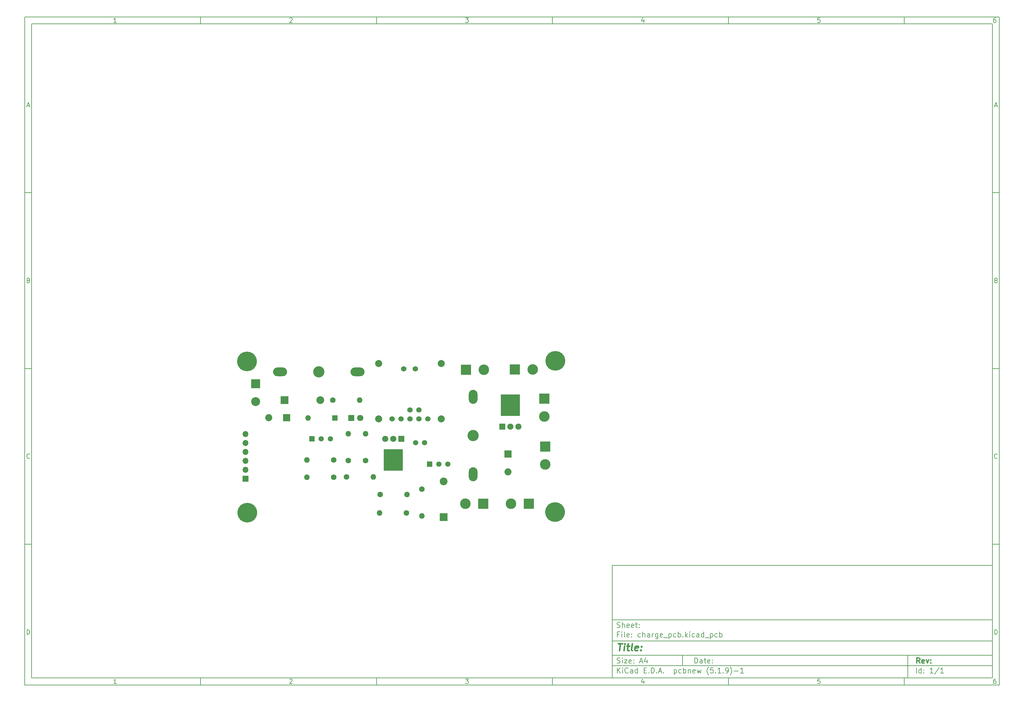
<source format=gbr>
%TF.GenerationSoftware,KiCad,Pcbnew,(5.1.9)-1*%
%TF.CreationDate,2021-04-13T21:26:07+02:00*%
%TF.ProjectId,charge_pcb,63686172-6765-45f7-9063-622e6b696361,rev?*%
%TF.SameCoordinates,Original*%
%TF.FileFunction,Soldermask,Top*%
%TF.FilePolarity,Negative*%
%FSLAX46Y46*%
G04 Gerber Fmt 4.6, Leading zero omitted, Abs format (unit mm)*
G04 Created by KiCad (PCBNEW (5.1.9)-1) date 2021-04-13 21:26:07*
%MOMM*%
%LPD*%
G01*
G04 APERTURE LIST*
%ADD10C,0.100000*%
%ADD11C,0.150000*%
%ADD12C,0.300000*%
%ADD13C,0.400000*%
%ADD14C,3.000000*%
%ADD15R,3.000000X3.000000*%
%ADD16C,5.600000*%
%ADD17C,3.600000*%
%ADD18C,1.800000*%
%ADD19R,1.800000X1.800000*%
%ADD20O,1.600000X1.600000*%
%ADD21C,1.600000*%
%ADD22C,1.524000*%
%ADD23C,2.000000*%
%ADD24O,1.714500X1.800000*%
%ADD25R,1.714500X1.800000*%
%ADD26R,5.500000X6.200000*%
%ADD27R,1.500000X1.500000*%
%ADD28C,1.500000*%
%ADD29O,1.700000X1.700000*%
%ADD30R,1.700000X1.700000*%
%ADD31C,3.200000*%
%ADD32O,2.499360X4.000500*%
%ADD33O,4.000500X2.499360*%
%ADD34O,2.200000X2.200000*%
%ADD35R,2.200000X2.200000*%
%ADD36O,2.000000X2.000000*%
%ADD37R,2.000000X2.000000*%
%ADD38R,1.600000X1.600000*%
%ADD39C,1.501140*%
%ADD40C,2.540000*%
%ADD41R,2.540000X2.540000*%
G04 APERTURE END LIST*
D10*
D11*
X177002200Y-166007200D02*
X177002200Y-198007200D01*
X285002200Y-198007200D01*
X285002200Y-166007200D01*
X177002200Y-166007200D01*
D10*
D11*
X10000000Y-10000000D02*
X10000000Y-200007200D01*
X287002200Y-200007200D01*
X287002200Y-10000000D01*
X10000000Y-10000000D01*
D10*
D11*
X12000000Y-12000000D02*
X12000000Y-198007200D01*
X285002200Y-198007200D01*
X285002200Y-12000000D01*
X12000000Y-12000000D01*
D10*
D11*
X60000000Y-12000000D02*
X60000000Y-10000000D01*
D10*
D11*
X110000000Y-12000000D02*
X110000000Y-10000000D01*
D10*
D11*
X160000000Y-12000000D02*
X160000000Y-10000000D01*
D10*
D11*
X210000000Y-12000000D02*
X210000000Y-10000000D01*
D10*
D11*
X260000000Y-12000000D02*
X260000000Y-10000000D01*
D10*
D11*
X36065476Y-11588095D02*
X35322619Y-11588095D01*
X35694047Y-11588095D02*
X35694047Y-10288095D01*
X35570238Y-10473809D01*
X35446428Y-10597619D01*
X35322619Y-10659523D01*
D10*
D11*
X85322619Y-10411904D02*
X85384523Y-10350000D01*
X85508333Y-10288095D01*
X85817857Y-10288095D01*
X85941666Y-10350000D01*
X86003571Y-10411904D01*
X86065476Y-10535714D01*
X86065476Y-10659523D01*
X86003571Y-10845238D01*
X85260714Y-11588095D01*
X86065476Y-11588095D01*
D10*
D11*
X135260714Y-10288095D02*
X136065476Y-10288095D01*
X135632142Y-10783333D01*
X135817857Y-10783333D01*
X135941666Y-10845238D01*
X136003571Y-10907142D01*
X136065476Y-11030952D01*
X136065476Y-11340476D01*
X136003571Y-11464285D01*
X135941666Y-11526190D01*
X135817857Y-11588095D01*
X135446428Y-11588095D01*
X135322619Y-11526190D01*
X135260714Y-11464285D01*
D10*
D11*
X185941666Y-10721428D02*
X185941666Y-11588095D01*
X185632142Y-10226190D02*
X185322619Y-11154761D01*
X186127380Y-11154761D01*
D10*
D11*
X236003571Y-10288095D02*
X235384523Y-10288095D01*
X235322619Y-10907142D01*
X235384523Y-10845238D01*
X235508333Y-10783333D01*
X235817857Y-10783333D01*
X235941666Y-10845238D01*
X236003571Y-10907142D01*
X236065476Y-11030952D01*
X236065476Y-11340476D01*
X236003571Y-11464285D01*
X235941666Y-11526190D01*
X235817857Y-11588095D01*
X235508333Y-11588095D01*
X235384523Y-11526190D01*
X235322619Y-11464285D01*
D10*
D11*
X285941666Y-10288095D02*
X285694047Y-10288095D01*
X285570238Y-10350000D01*
X285508333Y-10411904D01*
X285384523Y-10597619D01*
X285322619Y-10845238D01*
X285322619Y-11340476D01*
X285384523Y-11464285D01*
X285446428Y-11526190D01*
X285570238Y-11588095D01*
X285817857Y-11588095D01*
X285941666Y-11526190D01*
X286003571Y-11464285D01*
X286065476Y-11340476D01*
X286065476Y-11030952D01*
X286003571Y-10907142D01*
X285941666Y-10845238D01*
X285817857Y-10783333D01*
X285570238Y-10783333D01*
X285446428Y-10845238D01*
X285384523Y-10907142D01*
X285322619Y-11030952D01*
D10*
D11*
X60000000Y-198007200D02*
X60000000Y-200007200D01*
D10*
D11*
X110000000Y-198007200D02*
X110000000Y-200007200D01*
D10*
D11*
X160000000Y-198007200D02*
X160000000Y-200007200D01*
D10*
D11*
X210000000Y-198007200D02*
X210000000Y-200007200D01*
D10*
D11*
X260000000Y-198007200D02*
X260000000Y-200007200D01*
D10*
D11*
X36065476Y-199595295D02*
X35322619Y-199595295D01*
X35694047Y-199595295D02*
X35694047Y-198295295D01*
X35570238Y-198481009D01*
X35446428Y-198604819D01*
X35322619Y-198666723D01*
D10*
D11*
X85322619Y-198419104D02*
X85384523Y-198357200D01*
X85508333Y-198295295D01*
X85817857Y-198295295D01*
X85941666Y-198357200D01*
X86003571Y-198419104D01*
X86065476Y-198542914D01*
X86065476Y-198666723D01*
X86003571Y-198852438D01*
X85260714Y-199595295D01*
X86065476Y-199595295D01*
D10*
D11*
X135260714Y-198295295D02*
X136065476Y-198295295D01*
X135632142Y-198790533D01*
X135817857Y-198790533D01*
X135941666Y-198852438D01*
X136003571Y-198914342D01*
X136065476Y-199038152D01*
X136065476Y-199347676D01*
X136003571Y-199471485D01*
X135941666Y-199533390D01*
X135817857Y-199595295D01*
X135446428Y-199595295D01*
X135322619Y-199533390D01*
X135260714Y-199471485D01*
D10*
D11*
X185941666Y-198728628D02*
X185941666Y-199595295D01*
X185632142Y-198233390D02*
X185322619Y-199161961D01*
X186127380Y-199161961D01*
D10*
D11*
X236003571Y-198295295D02*
X235384523Y-198295295D01*
X235322619Y-198914342D01*
X235384523Y-198852438D01*
X235508333Y-198790533D01*
X235817857Y-198790533D01*
X235941666Y-198852438D01*
X236003571Y-198914342D01*
X236065476Y-199038152D01*
X236065476Y-199347676D01*
X236003571Y-199471485D01*
X235941666Y-199533390D01*
X235817857Y-199595295D01*
X235508333Y-199595295D01*
X235384523Y-199533390D01*
X235322619Y-199471485D01*
D10*
D11*
X285941666Y-198295295D02*
X285694047Y-198295295D01*
X285570238Y-198357200D01*
X285508333Y-198419104D01*
X285384523Y-198604819D01*
X285322619Y-198852438D01*
X285322619Y-199347676D01*
X285384523Y-199471485D01*
X285446428Y-199533390D01*
X285570238Y-199595295D01*
X285817857Y-199595295D01*
X285941666Y-199533390D01*
X286003571Y-199471485D01*
X286065476Y-199347676D01*
X286065476Y-199038152D01*
X286003571Y-198914342D01*
X285941666Y-198852438D01*
X285817857Y-198790533D01*
X285570238Y-198790533D01*
X285446428Y-198852438D01*
X285384523Y-198914342D01*
X285322619Y-199038152D01*
D10*
D11*
X10000000Y-60000000D02*
X12000000Y-60000000D01*
D10*
D11*
X10000000Y-110000000D02*
X12000000Y-110000000D01*
D10*
D11*
X10000000Y-160000000D02*
X12000000Y-160000000D01*
D10*
D11*
X10690476Y-35216666D02*
X11309523Y-35216666D01*
X10566666Y-35588095D02*
X11000000Y-34288095D01*
X11433333Y-35588095D01*
D10*
D11*
X11092857Y-84907142D02*
X11278571Y-84969047D01*
X11340476Y-85030952D01*
X11402380Y-85154761D01*
X11402380Y-85340476D01*
X11340476Y-85464285D01*
X11278571Y-85526190D01*
X11154761Y-85588095D01*
X10659523Y-85588095D01*
X10659523Y-84288095D01*
X11092857Y-84288095D01*
X11216666Y-84350000D01*
X11278571Y-84411904D01*
X11340476Y-84535714D01*
X11340476Y-84659523D01*
X11278571Y-84783333D01*
X11216666Y-84845238D01*
X11092857Y-84907142D01*
X10659523Y-84907142D01*
D10*
D11*
X11402380Y-135464285D02*
X11340476Y-135526190D01*
X11154761Y-135588095D01*
X11030952Y-135588095D01*
X10845238Y-135526190D01*
X10721428Y-135402380D01*
X10659523Y-135278571D01*
X10597619Y-135030952D01*
X10597619Y-134845238D01*
X10659523Y-134597619D01*
X10721428Y-134473809D01*
X10845238Y-134350000D01*
X11030952Y-134288095D01*
X11154761Y-134288095D01*
X11340476Y-134350000D01*
X11402380Y-134411904D01*
D10*
D11*
X10659523Y-185588095D02*
X10659523Y-184288095D01*
X10969047Y-184288095D01*
X11154761Y-184350000D01*
X11278571Y-184473809D01*
X11340476Y-184597619D01*
X11402380Y-184845238D01*
X11402380Y-185030952D01*
X11340476Y-185278571D01*
X11278571Y-185402380D01*
X11154761Y-185526190D01*
X10969047Y-185588095D01*
X10659523Y-185588095D01*
D10*
D11*
X287002200Y-60000000D02*
X285002200Y-60000000D01*
D10*
D11*
X287002200Y-110000000D02*
X285002200Y-110000000D01*
D10*
D11*
X287002200Y-160000000D02*
X285002200Y-160000000D01*
D10*
D11*
X285692676Y-35216666D02*
X286311723Y-35216666D01*
X285568866Y-35588095D02*
X286002200Y-34288095D01*
X286435533Y-35588095D01*
D10*
D11*
X286095057Y-84907142D02*
X286280771Y-84969047D01*
X286342676Y-85030952D01*
X286404580Y-85154761D01*
X286404580Y-85340476D01*
X286342676Y-85464285D01*
X286280771Y-85526190D01*
X286156961Y-85588095D01*
X285661723Y-85588095D01*
X285661723Y-84288095D01*
X286095057Y-84288095D01*
X286218866Y-84350000D01*
X286280771Y-84411904D01*
X286342676Y-84535714D01*
X286342676Y-84659523D01*
X286280771Y-84783333D01*
X286218866Y-84845238D01*
X286095057Y-84907142D01*
X285661723Y-84907142D01*
D10*
D11*
X286404580Y-135464285D02*
X286342676Y-135526190D01*
X286156961Y-135588095D01*
X286033152Y-135588095D01*
X285847438Y-135526190D01*
X285723628Y-135402380D01*
X285661723Y-135278571D01*
X285599819Y-135030952D01*
X285599819Y-134845238D01*
X285661723Y-134597619D01*
X285723628Y-134473809D01*
X285847438Y-134350000D01*
X286033152Y-134288095D01*
X286156961Y-134288095D01*
X286342676Y-134350000D01*
X286404580Y-134411904D01*
D10*
D11*
X285661723Y-185588095D02*
X285661723Y-184288095D01*
X285971247Y-184288095D01*
X286156961Y-184350000D01*
X286280771Y-184473809D01*
X286342676Y-184597619D01*
X286404580Y-184845238D01*
X286404580Y-185030952D01*
X286342676Y-185278571D01*
X286280771Y-185402380D01*
X286156961Y-185526190D01*
X285971247Y-185588095D01*
X285661723Y-185588095D01*
D10*
D11*
X200434342Y-193785771D02*
X200434342Y-192285771D01*
X200791485Y-192285771D01*
X201005771Y-192357200D01*
X201148628Y-192500057D01*
X201220057Y-192642914D01*
X201291485Y-192928628D01*
X201291485Y-193142914D01*
X201220057Y-193428628D01*
X201148628Y-193571485D01*
X201005771Y-193714342D01*
X200791485Y-193785771D01*
X200434342Y-193785771D01*
X202577200Y-193785771D02*
X202577200Y-193000057D01*
X202505771Y-192857200D01*
X202362914Y-192785771D01*
X202077200Y-192785771D01*
X201934342Y-192857200D01*
X202577200Y-193714342D02*
X202434342Y-193785771D01*
X202077200Y-193785771D01*
X201934342Y-193714342D01*
X201862914Y-193571485D01*
X201862914Y-193428628D01*
X201934342Y-193285771D01*
X202077200Y-193214342D01*
X202434342Y-193214342D01*
X202577200Y-193142914D01*
X203077200Y-192785771D02*
X203648628Y-192785771D01*
X203291485Y-192285771D02*
X203291485Y-193571485D01*
X203362914Y-193714342D01*
X203505771Y-193785771D01*
X203648628Y-193785771D01*
X204720057Y-193714342D02*
X204577200Y-193785771D01*
X204291485Y-193785771D01*
X204148628Y-193714342D01*
X204077200Y-193571485D01*
X204077200Y-193000057D01*
X204148628Y-192857200D01*
X204291485Y-192785771D01*
X204577200Y-192785771D01*
X204720057Y-192857200D01*
X204791485Y-193000057D01*
X204791485Y-193142914D01*
X204077200Y-193285771D01*
X205434342Y-193642914D02*
X205505771Y-193714342D01*
X205434342Y-193785771D01*
X205362914Y-193714342D01*
X205434342Y-193642914D01*
X205434342Y-193785771D01*
X205434342Y-192857200D02*
X205505771Y-192928628D01*
X205434342Y-193000057D01*
X205362914Y-192928628D01*
X205434342Y-192857200D01*
X205434342Y-193000057D01*
D10*
D11*
X177002200Y-194507200D02*
X285002200Y-194507200D01*
D10*
D11*
X178434342Y-196585771D02*
X178434342Y-195085771D01*
X179291485Y-196585771D02*
X178648628Y-195728628D01*
X179291485Y-195085771D02*
X178434342Y-195942914D01*
X179934342Y-196585771D02*
X179934342Y-195585771D01*
X179934342Y-195085771D02*
X179862914Y-195157200D01*
X179934342Y-195228628D01*
X180005771Y-195157200D01*
X179934342Y-195085771D01*
X179934342Y-195228628D01*
X181505771Y-196442914D02*
X181434342Y-196514342D01*
X181220057Y-196585771D01*
X181077200Y-196585771D01*
X180862914Y-196514342D01*
X180720057Y-196371485D01*
X180648628Y-196228628D01*
X180577200Y-195942914D01*
X180577200Y-195728628D01*
X180648628Y-195442914D01*
X180720057Y-195300057D01*
X180862914Y-195157200D01*
X181077200Y-195085771D01*
X181220057Y-195085771D01*
X181434342Y-195157200D01*
X181505771Y-195228628D01*
X182791485Y-196585771D02*
X182791485Y-195800057D01*
X182720057Y-195657200D01*
X182577200Y-195585771D01*
X182291485Y-195585771D01*
X182148628Y-195657200D01*
X182791485Y-196514342D02*
X182648628Y-196585771D01*
X182291485Y-196585771D01*
X182148628Y-196514342D01*
X182077200Y-196371485D01*
X182077200Y-196228628D01*
X182148628Y-196085771D01*
X182291485Y-196014342D01*
X182648628Y-196014342D01*
X182791485Y-195942914D01*
X184148628Y-196585771D02*
X184148628Y-195085771D01*
X184148628Y-196514342D02*
X184005771Y-196585771D01*
X183720057Y-196585771D01*
X183577200Y-196514342D01*
X183505771Y-196442914D01*
X183434342Y-196300057D01*
X183434342Y-195871485D01*
X183505771Y-195728628D01*
X183577200Y-195657200D01*
X183720057Y-195585771D01*
X184005771Y-195585771D01*
X184148628Y-195657200D01*
X186005771Y-195800057D02*
X186505771Y-195800057D01*
X186720057Y-196585771D02*
X186005771Y-196585771D01*
X186005771Y-195085771D01*
X186720057Y-195085771D01*
X187362914Y-196442914D02*
X187434342Y-196514342D01*
X187362914Y-196585771D01*
X187291485Y-196514342D01*
X187362914Y-196442914D01*
X187362914Y-196585771D01*
X188077200Y-196585771D02*
X188077200Y-195085771D01*
X188434342Y-195085771D01*
X188648628Y-195157200D01*
X188791485Y-195300057D01*
X188862914Y-195442914D01*
X188934342Y-195728628D01*
X188934342Y-195942914D01*
X188862914Y-196228628D01*
X188791485Y-196371485D01*
X188648628Y-196514342D01*
X188434342Y-196585771D01*
X188077200Y-196585771D01*
X189577200Y-196442914D02*
X189648628Y-196514342D01*
X189577200Y-196585771D01*
X189505771Y-196514342D01*
X189577200Y-196442914D01*
X189577200Y-196585771D01*
X190220057Y-196157200D02*
X190934342Y-196157200D01*
X190077200Y-196585771D02*
X190577200Y-195085771D01*
X191077200Y-196585771D01*
X191577200Y-196442914D02*
X191648628Y-196514342D01*
X191577200Y-196585771D01*
X191505771Y-196514342D01*
X191577200Y-196442914D01*
X191577200Y-196585771D01*
X194577200Y-195585771D02*
X194577200Y-197085771D01*
X194577200Y-195657200D02*
X194720057Y-195585771D01*
X195005771Y-195585771D01*
X195148628Y-195657200D01*
X195220057Y-195728628D01*
X195291485Y-195871485D01*
X195291485Y-196300057D01*
X195220057Y-196442914D01*
X195148628Y-196514342D01*
X195005771Y-196585771D01*
X194720057Y-196585771D01*
X194577200Y-196514342D01*
X196577200Y-196514342D02*
X196434342Y-196585771D01*
X196148628Y-196585771D01*
X196005771Y-196514342D01*
X195934342Y-196442914D01*
X195862914Y-196300057D01*
X195862914Y-195871485D01*
X195934342Y-195728628D01*
X196005771Y-195657200D01*
X196148628Y-195585771D01*
X196434342Y-195585771D01*
X196577200Y-195657200D01*
X197220057Y-196585771D02*
X197220057Y-195085771D01*
X197220057Y-195657200D02*
X197362914Y-195585771D01*
X197648628Y-195585771D01*
X197791485Y-195657200D01*
X197862914Y-195728628D01*
X197934342Y-195871485D01*
X197934342Y-196300057D01*
X197862914Y-196442914D01*
X197791485Y-196514342D01*
X197648628Y-196585771D01*
X197362914Y-196585771D01*
X197220057Y-196514342D01*
X198577200Y-195585771D02*
X198577200Y-196585771D01*
X198577200Y-195728628D02*
X198648628Y-195657200D01*
X198791485Y-195585771D01*
X199005771Y-195585771D01*
X199148628Y-195657200D01*
X199220057Y-195800057D01*
X199220057Y-196585771D01*
X200505771Y-196514342D02*
X200362914Y-196585771D01*
X200077200Y-196585771D01*
X199934342Y-196514342D01*
X199862914Y-196371485D01*
X199862914Y-195800057D01*
X199934342Y-195657200D01*
X200077200Y-195585771D01*
X200362914Y-195585771D01*
X200505771Y-195657200D01*
X200577200Y-195800057D01*
X200577200Y-195942914D01*
X199862914Y-196085771D01*
X201077200Y-195585771D02*
X201362914Y-196585771D01*
X201648628Y-195871485D01*
X201934342Y-196585771D01*
X202220057Y-195585771D01*
X204362914Y-197157200D02*
X204291485Y-197085771D01*
X204148628Y-196871485D01*
X204077200Y-196728628D01*
X204005771Y-196514342D01*
X203934342Y-196157200D01*
X203934342Y-195871485D01*
X204005771Y-195514342D01*
X204077200Y-195300057D01*
X204148628Y-195157200D01*
X204291485Y-194942914D01*
X204362914Y-194871485D01*
X205648628Y-195085771D02*
X204934342Y-195085771D01*
X204862914Y-195800057D01*
X204934342Y-195728628D01*
X205077200Y-195657200D01*
X205434342Y-195657200D01*
X205577200Y-195728628D01*
X205648628Y-195800057D01*
X205720057Y-195942914D01*
X205720057Y-196300057D01*
X205648628Y-196442914D01*
X205577200Y-196514342D01*
X205434342Y-196585771D01*
X205077200Y-196585771D01*
X204934342Y-196514342D01*
X204862914Y-196442914D01*
X206362914Y-196442914D02*
X206434342Y-196514342D01*
X206362914Y-196585771D01*
X206291485Y-196514342D01*
X206362914Y-196442914D01*
X206362914Y-196585771D01*
X207862914Y-196585771D02*
X207005771Y-196585771D01*
X207434342Y-196585771D02*
X207434342Y-195085771D01*
X207291485Y-195300057D01*
X207148628Y-195442914D01*
X207005771Y-195514342D01*
X208505771Y-196442914D02*
X208577200Y-196514342D01*
X208505771Y-196585771D01*
X208434342Y-196514342D01*
X208505771Y-196442914D01*
X208505771Y-196585771D01*
X209291485Y-196585771D02*
X209577200Y-196585771D01*
X209720057Y-196514342D01*
X209791485Y-196442914D01*
X209934342Y-196228628D01*
X210005771Y-195942914D01*
X210005771Y-195371485D01*
X209934342Y-195228628D01*
X209862914Y-195157200D01*
X209720057Y-195085771D01*
X209434342Y-195085771D01*
X209291485Y-195157200D01*
X209220057Y-195228628D01*
X209148628Y-195371485D01*
X209148628Y-195728628D01*
X209220057Y-195871485D01*
X209291485Y-195942914D01*
X209434342Y-196014342D01*
X209720057Y-196014342D01*
X209862914Y-195942914D01*
X209934342Y-195871485D01*
X210005771Y-195728628D01*
X210505771Y-197157200D02*
X210577200Y-197085771D01*
X210720057Y-196871485D01*
X210791485Y-196728628D01*
X210862914Y-196514342D01*
X210934342Y-196157200D01*
X210934342Y-195871485D01*
X210862914Y-195514342D01*
X210791485Y-195300057D01*
X210720057Y-195157200D01*
X210577200Y-194942914D01*
X210505771Y-194871485D01*
X211648628Y-196014342D02*
X212791485Y-196014342D01*
X214291485Y-196585771D02*
X213434342Y-196585771D01*
X213862914Y-196585771D02*
X213862914Y-195085771D01*
X213720057Y-195300057D01*
X213577200Y-195442914D01*
X213434342Y-195514342D01*
D10*
D11*
X177002200Y-191507200D02*
X285002200Y-191507200D01*
D10*
D12*
X264411485Y-193785771D02*
X263911485Y-193071485D01*
X263554342Y-193785771D02*
X263554342Y-192285771D01*
X264125771Y-192285771D01*
X264268628Y-192357200D01*
X264340057Y-192428628D01*
X264411485Y-192571485D01*
X264411485Y-192785771D01*
X264340057Y-192928628D01*
X264268628Y-193000057D01*
X264125771Y-193071485D01*
X263554342Y-193071485D01*
X265625771Y-193714342D02*
X265482914Y-193785771D01*
X265197200Y-193785771D01*
X265054342Y-193714342D01*
X264982914Y-193571485D01*
X264982914Y-193000057D01*
X265054342Y-192857200D01*
X265197200Y-192785771D01*
X265482914Y-192785771D01*
X265625771Y-192857200D01*
X265697200Y-193000057D01*
X265697200Y-193142914D01*
X264982914Y-193285771D01*
X266197200Y-192785771D02*
X266554342Y-193785771D01*
X266911485Y-192785771D01*
X267482914Y-193642914D02*
X267554342Y-193714342D01*
X267482914Y-193785771D01*
X267411485Y-193714342D01*
X267482914Y-193642914D01*
X267482914Y-193785771D01*
X267482914Y-192857200D02*
X267554342Y-192928628D01*
X267482914Y-193000057D01*
X267411485Y-192928628D01*
X267482914Y-192857200D01*
X267482914Y-193000057D01*
D10*
D11*
X178362914Y-193714342D02*
X178577200Y-193785771D01*
X178934342Y-193785771D01*
X179077200Y-193714342D01*
X179148628Y-193642914D01*
X179220057Y-193500057D01*
X179220057Y-193357200D01*
X179148628Y-193214342D01*
X179077200Y-193142914D01*
X178934342Y-193071485D01*
X178648628Y-193000057D01*
X178505771Y-192928628D01*
X178434342Y-192857200D01*
X178362914Y-192714342D01*
X178362914Y-192571485D01*
X178434342Y-192428628D01*
X178505771Y-192357200D01*
X178648628Y-192285771D01*
X179005771Y-192285771D01*
X179220057Y-192357200D01*
X179862914Y-193785771D02*
X179862914Y-192785771D01*
X179862914Y-192285771D02*
X179791485Y-192357200D01*
X179862914Y-192428628D01*
X179934342Y-192357200D01*
X179862914Y-192285771D01*
X179862914Y-192428628D01*
X180434342Y-192785771D02*
X181220057Y-192785771D01*
X180434342Y-193785771D01*
X181220057Y-193785771D01*
X182362914Y-193714342D02*
X182220057Y-193785771D01*
X181934342Y-193785771D01*
X181791485Y-193714342D01*
X181720057Y-193571485D01*
X181720057Y-193000057D01*
X181791485Y-192857200D01*
X181934342Y-192785771D01*
X182220057Y-192785771D01*
X182362914Y-192857200D01*
X182434342Y-193000057D01*
X182434342Y-193142914D01*
X181720057Y-193285771D01*
X183077200Y-193642914D02*
X183148628Y-193714342D01*
X183077200Y-193785771D01*
X183005771Y-193714342D01*
X183077200Y-193642914D01*
X183077200Y-193785771D01*
X183077200Y-192857200D02*
X183148628Y-192928628D01*
X183077200Y-193000057D01*
X183005771Y-192928628D01*
X183077200Y-192857200D01*
X183077200Y-193000057D01*
X184862914Y-193357200D02*
X185577200Y-193357200D01*
X184720057Y-193785771D02*
X185220057Y-192285771D01*
X185720057Y-193785771D01*
X186862914Y-192785771D02*
X186862914Y-193785771D01*
X186505771Y-192214342D02*
X186148628Y-193285771D01*
X187077200Y-193285771D01*
D10*
D11*
X263434342Y-196585771D02*
X263434342Y-195085771D01*
X264791485Y-196585771D02*
X264791485Y-195085771D01*
X264791485Y-196514342D02*
X264648628Y-196585771D01*
X264362914Y-196585771D01*
X264220057Y-196514342D01*
X264148628Y-196442914D01*
X264077200Y-196300057D01*
X264077200Y-195871485D01*
X264148628Y-195728628D01*
X264220057Y-195657200D01*
X264362914Y-195585771D01*
X264648628Y-195585771D01*
X264791485Y-195657200D01*
X265505771Y-196442914D02*
X265577200Y-196514342D01*
X265505771Y-196585771D01*
X265434342Y-196514342D01*
X265505771Y-196442914D01*
X265505771Y-196585771D01*
X265505771Y-195657200D02*
X265577200Y-195728628D01*
X265505771Y-195800057D01*
X265434342Y-195728628D01*
X265505771Y-195657200D01*
X265505771Y-195800057D01*
X268148628Y-196585771D02*
X267291485Y-196585771D01*
X267720057Y-196585771D02*
X267720057Y-195085771D01*
X267577200Y-195300057D01*
X267434342Y-195442914D01*
X267291485Y-195514342D01*
X269862914Y-195014342D02*
X268577200Y-196942914D01*
X271148628Y-196585771D02*
X270291485Y-196585771D01*
X270720057Y-196585771D02*
X270720057Y-195085771D01*
X270577200Y-195300057D01*
X270434342Y-195442914D01*
X270291485Y-195514342D01*
D10*
D11*
X177002200Y-187507200D02*
X285002200Y-187507200D01*
D10*
D13*
X178714580Y-188211961D02*
X179857438Y-188211961D01*
X179036009Y-190211961D02*
X179286009Y-188211961D01*
X180274104Y-190211961D02*
X180440771Y-188878628D01*
X180524104Y-188211961D02*
X180416961Y-188307200D01*
X180500295Y-188402438D01*
X180607438Y-188307200D01*
X180524104Y-188211961D01*
X180500295Y-188402438D01*
X181107438Y-188878628D02*
X181869342Y-188878628D01*
X181476485Y-188211961D02*
X181262200Y-189926247D01*
X181333628Y-190116723D01*
X181512200Y-190211961D01*
X181702676Y-190211961D01*
X182655057Y-190211961D02*
X182476485Y-190116723D01*
X182405057Y-189926247D01*
X182619342Y-188211961D01*
X184190771Y-190116723D02*
X183988390Y-190211961D01*
X183607438Y-190211961D01*
X183428866Y-190116723D01*
X183357438Y-189926247D01*
X183452676Y-189164342D01*
X183571723Y-188973866D01*
X183774104Y-188878628D01*
X184155057Y-188878628D01*
X184333628Y-188973866D01*
X184405057Y-189164342D01*
X184381247Y-189354819D01*
X183405057Y-189545295D01*
X185155057Y-190021485D02*
X185238390Y-190116723D01*
X185131247Y-190211961D01*
X185047914Y-190116723D01*
X185155057Y-190021485D01*
X185131247Y-190211961D01*
X185286009Y-188973866D02*
X185369342Y-189069104D01*
X185262200Y-189164342D01*
X185178866Y-189069104D01*
X185286009Y-188973866D01*
X185262200Y-189164342D01*
D10*
D11*
X178934342Y-185600057D02*
X178434342Y-185600057D01*
X178434342Y-186385771D02*
X178434342Y-184885771D01*
X179148628Y-184885771D01*
X179720057Y-186385771D02*
X179720057Y-185385771D01*
X179720057Y-184885771D02*
X179648628Y-184957200D01*
X179720057Y-185028628D01*
X179791485Y-184957200D01*
X179720057Y-184885771D01*
X179720057Y-185028628D01*
X180648628Y-186385771D02*
X180505771Y-186314342D01*
X180434342Y-186171485D01*
X180434342Y-184885771D01*
X181791485Y-186314342D02*
X181648628Y-186385771D01*
X181362914Y-186385771D01*
X181220057Y-186314342D01*
X181148628Y-186171485D01*
X181148628Y-185600057D01*
X181220057Y-185457200D01*
X181362914Y-185385771D01*
X181648628Y-185385771D01*
X181791485Y-185457200D01*
X181862914Y-185600057D01*
X181862914Y-185742914D01*
X181148628Y-185885771D01*
X182505771Y-186242914D02*
X182577200Y-186314342D01*
X182505771Y-186385771D01*
X182434342Y-186314342D01*
X182505771Y-186242914D01*
X182505771Y-186385771D01*
X182505771Y-185457200D02*
X182577200Y-185528628D01*
X182505771Y-185600057D01*
X182434342Y-185528628D01*
X182505771Y-185457200D01*
X182505771Y-185600057D01*
X185005771Y-186314342D02*
X184862914Y-186385771D01*
X184577200Y-186385771D01*
X184434342Y-186314342D01*
X184362914Y-186242914D01*
X184291485Y-186100057D01*
X184291485Y-185671485D01*
X184362914Y-185528628D01*
X184434342Y-185457200D01*
X184577200Y-185385771D01*
X184862914Y-185385771D01*
X185005771Y-185457200D01*
X185648628Y-186385771D02*
X185648628Y-184885771D01*
X186291485Y-186385771D02*
X186291485Y-185600057D01*
X186220057Y-185457200D01*
X186077200Y-185385771D01*
X185862914Y-185385771D01*
X185720057Y-185457200D01*
X185648628Y-185528628D01*
X187648628Y-186385771D02*
X187648628Y-185600057D01*
X187577200Y-185457200D01*
X187434342Y-185385771D01*
X187148628Y-185385771D01*
X187005771Y-185457200D01*
X187648628Y-186314342D02*
X187505771Y-186385771D01*
X187148628Y-186385771D01*
X187005771Y-186314342D01*
X186934342Y-186171485D01*
X186934342Y-186028628D01*
X187005771Y-185885771D01*
X187148628Y-185814342D01*
X187505771Y-185814342D01*
X187648628Y-185742914D01*
X188362914Y-186385771D02*
X188362914Y-185385771D01*
X188362914Y-185671485D02*
X188434342Y-185528628D01*
X188505771Y-185457200D01*
X188648628Y-185385771D01*
X188791485Y-185385771D01*
X189934342Y-185385771D02*
X189934342Y-186600057D01*
X189862914Y-186742914D01*
X189791485Y-186814342D01*
X189648628Y-186885771D01*
X189434342Y-186885771D01*
X189291485Y-186814342D01*
X189934342Y-186314342D02*
X189791485Y-186385771D01*
X189505771Y-186385771D01*
X189362914Y-186314342D01*
X189291485Y-186242914D01*
X189220057Y-186100057D01*
X189220057Y-185671485D01*
X189291485Y-185528628D01*
X189362914Y-185457200D01*
X189505771Y-185385771D01*
X189791485Y-185385771D01*
X189934342Y-185457200D01*
X191220057Y-186314342D02*
X191077200Y-186385771D01*
X190791485Y-186385771D01*
X190648628Y-186314342D01*
X190577200Y-186171485D01*
X190577200Y-185600057D01*
X190648628Y-185457200D01*
X190791485Y-185385771D01*
X191077200Y-185385771D01*
X191220057Y-185457200D01*
X191291485Y-185600057D01*
X191291485Y-185742914D01*
X190577200Y-185885771D01*
X191577200Y-186528628D02*
X192720057Y-186528628D01*
X193077200Y-185385771D02*
X193077200Y-186885771D01*
X193077200Y-185457200D02*
X193220057Y-185385771D01*
X193505771Y-185385771D01*
X193648628Y-185457200D01*
X193720057Y-185528628D01*
X193791485Y-185671485D01*
X193791485Y-186100057D01*
X193720057Y-186242914D01*
X193648628Y-186314342D01*
X193505771Y-186385771D01*
X193220057Y-186385771D01*
X193077200Y-186314342D01*
X195077200Y-186314342D02*
X194934342Y-186385771D01*
X194648628Y-186385771D01*
X194505771Y-186314342D01*
X194434342Y-186242914D01*
X194362914Y-186100057D01*
X194362914Y-185671485D01*
X194434342Y-185528628D01*
X194505771Y-185457200D01*
X194648628Y-185385771D01*
X194934342Y-185385771D01*
X195077200Y-185457200D01*
X195720057Y-186385771D02*
X195720057Y-184885771D01*
X195720057Y-185457200D02*
X195862914Y-185385771D01*
X196148628Y-185385771D01*
X196291485Y-185457200D01*
X196362914Y-185528628D01*
X196434342Y-185671485D01*
X196434342Y-186100057D01*
X196362914Y-186242914D01*
X196291485Y-186314342D01*
X196148628Y-186385771D01*
X195862914Y-186385771D01*
X195720057Y-186314342D01*
X197077200Y-186242914D02*
X197148628Y-186314342D01*
X197077200Y-186385771D01*
X197005771Y-186314342D01*
X197077200Y-186242914D01*
X197077200Y-186385771D01*
X197791485Y-186385771D02*
X197791485Y-184885771D01*
X197934342Y-185814342D02*
X198362914Y-186385771D01*
X198362914Y-185385771D02*
X197791485Y-185957200D01*
X199005771Y-186385771D02*
X199005771Y-185385771D01*
X199005771Y-184885771D02*
X198934342Y-184957200D01*
X199005771Y-185028628D01*
X199077200Y-184957200D01*
X199005771Y-184885771D01*
X199005771Y-185028628D01*
X200362914Y-186314342D02*
X200220057Y-186385771D01*
X199934342Y-186385771D01*
X199791485Y-186314342D01*
X199720057Y-186242914D01*
X199648628Y-186100057D01*
X199648628Y-185671485D01*
X199720057Y-185528628D01*
X199791485Y-185457200D01*
X199934342Y-185385771D01*
X200220057Y-185385771D01*
X200362914Y-185457200D01*
X201648628Y-186385771D02*
X201648628Y-185600057D01*
X201577200Y-185457200D01*
X201434342Y-185385771D01*
X201148628Y-185385771D01*
X201005771Y-185457200D01*
X201648628Y-186314342D02*
X201505771Y-186385771D01*
X201148628Y-186385771D01*
X201005771Y-186314342D01*
X200934342Y-186171485D01*
X200934342Y-186028628D01*
X201005771Y-185885771D01*
X201148628Y-185814342D01*
X201505771Y-185814342D01*
X201648628Y-185742914D01*
X203005771Y-186385771D02*
X203005771Y-184885771D01*
X203005771Y-186314342D02*
X202862914Y-186385771D01*
X202577200Y-186385771D01*
X202434342Y-186314342D01*
X202362914Y-186242914D01*
X202291485Y-186100057D01*
X202291485Y-185671485D01*
X202362914Y-185528628D01*
X202434342Y-185457200D01*
X202577200Y-185385771D01*
X202862914Y-185385771D01*
X203005771Y-185457200D01*
X203362914Y-186528628D02*
X204505771Y-186528628D01*
X204862914Y-185385771D02*
X204862914Y-186885771D01*
X204862914Y-185457200D02*
X205005771Y-185385771D01*
X205291485Y-185385771D01*
X205434342Y-185457200D01*
X205505771Y-185528628D01*
X205577200Y-185671485D01*
X205577200Y-186100057D01*
X205505771Y-186242914D01*
X205434342Y-186314342D01*
X205291485Y-186385771D01*
X205005771Y-186385771D01*
X204862914Y-186314342D01*
X206862914Y-186314342D02*
X206720057Y-186385771D01*
X206434342Y-186385771D01*
X206291485Y-186314342D01*
X206220057Y-186242914D01*
X206148628Y-186100057D01*
X206148628Y-185671485D01*
X206220057Y-185528628D01*
X206291485Y-185457200D01*
X206434342Y-185385771D01*
X206720057Y-185385771D01*
X206862914Y-185457200D01*
X207505771Y-186385771D02*
X207505771Y-184885771D01*
X207505771Y-185457200D02*
X207648628Y-185385771D01*
X207934342Y-185385771D01*
X208077200Y-185457200D01*
X208148628Y-185528628D01*
X208220057Y-185671485D01*
X208220057Y-186100057D01*
X208148628Y-186242914D01*
X208077200Y-186314342D01*
X207934342Y-186385771D01*
X207648628Y-186385771D01*
X207505771Y-186314342D01*
D10*
D11*
X177002200Y-181507200D02*
X285002200Y-181507200D01*
D10*
D11*
X178362914Y-183614342D02*
X178577200Y-183685771D01*
X178934342Y-183685771D01*
X179077200Y-183614342D01*
X179148628Y-183542914D01*
X179220057Y-183400057D01*
X179220057Y-183257200D01*
X179148628Y-183114342D01*
X179077200Y-183042914D01*
X178934342Y-182971485D01*
X178648628Y-182900057D01*
X178505771Y-182828628D01*
X178434342Y-182757200D01*
X178362914Y-182614342D01*
X178362914Y-182471485D01*
X178434342Y-182328628D01*
X178505771Y-182257200D01*
X178648628Y-182185771D01*
X179005771Y-182185771D01*
X179220057Y-182257200D01*
X179862914Y-183685771D02*
X179862914Y-182185771D01*
X180505771Y-183685771D02*
X180505771Y-182900057D01*
X180434342Y-182757200D01*
X180291485Y-182685771D01*
X180077200Y-182685771D01*
X179934342Y-182757200D01*
X179862914Y-182828628D01*
X181791485Y-183614342D02*
X181648628Y-183685771D01*
X181362914Y-183685771D01*
X181220057Y-183614342D01*
X181148628Y-183471485D01*
X181148628Y-182900057D01*
X181220057Y-182757200D01*
X181362914Y-182685771D01*
X181648628Y-182685771D01*
X181791485Y-182757200D01*
X181862914Y-182900057D01*
X181862914Y-183042914D01*
X181148628Y-183185771D01*
X183077200Y-183614342D02*
X182934342Y-183685771D01*
X182648628Y-183685771D01*
X182505771Y-183614342D01*
X182434342Y-183471485D01*
X182434342Y-182900057D01*
X182505771Y-182757200D01*
X182648628Y-182685771D01*
X182934342Y-182685771D01*
X183077200Y-182757200D01*
X183148628Y-182900057D01*
X183148628Y-183042914D01*
X182434342Y-183185771D01*
X183577200Y-182685771D02*
X184148628Y-182685771D01*
X183791485Y-182185771D02*
X183791485Y-183471485D01*
X183862914Y-183614342D01*
X184005771Y-183685771D01*
X184148628Y-183685771D01*
X184648628Y-183542914D02*
X184720057Y-183614342D01*
X184648628Y-183685771D01*
X184577200Y-183614342D01*
X184648628Y-183542914D01*
X184648628Y-183685771D01*
X184648628Y-182757200D02*
X184720057Y-182828628D01*
X184648628Y-182900057D01*
X184577200Y-182828628D01*
X184648628Y-182757200D01*
X184648628Y-182900057D01*
D10*
D11*
X197002200Y-191507200D02*
X197002200Y-194507200D01*
D10*
D11*
X261002200Y-191507200D02*
X261002200Y-198007200D01*
D14*
%TO.C,J3*%
X154400000Y-110260000D03*
D15*
X149320000Y-110260000D03*
%TD*%
D16*
%TO.C,H2*%
X160830000Y-107840000D03*
D17*
X160830000Y-107840000D03*
%TD*%
D16*
%TO.C,H4*%
X73250000Y-150970000D03*
D17*
X73250000Y-150970000D03*
%TD*%
D16*
%TO.C,H3*%
X160750000Y-150820000D03*
D17*
X160750000Y-150820000D03*
%TD*%
D16*
%TO.C,H1*%
X73160000Y-107940000D03*
D17*
X73160000Y-107940000D03*
%TD*%
D18*
%TO.C,D6*%
X105370000Y-124050000D03*
D19*
X102830000Y-124050000D03*
%TD*%
D20*
%TO.C,R9*%
X105220000Y-119010000D03*
D21*
X97600000Y-119010000D03*
%TD*%
D22*
%TO.C,U1*%
X122010000Y-121790000D03*
X119470000Y-121790000D03*
X119470000Y-124330000D03*
X122010000Y-124330000D03*
D23*
X128360000Y-108582000D03*
X110580000Y-108582000D03*
X128360000Y-124330000D03*
X110580000Y-124330000D03*
D22*
X120994000Y-110106000D03*
X117692000Y-110106000D03*
X124550000Y-124330000D03*
X114390000Y-124330000D03*
X116930000Y-124330000D03*
%TD*%
D20*
%TO.C,R8*%
X109110000Y-140830000D03*
D21*
X101490000Y-140830000D03*
%TD*%
D20*
%TO.C,R7*%
X110860000Y-151100000D03*
D21*
X118480000Y-151100000D03*
%TD*%
D20*
%TO.C,R6*%
X122900000Y-151960000D03*
D21*
X122900000Y-144340000D03*
%TD*%
D20*
%TO.C,R5*%
X118610000Y-145790000D03*
D21*
X110990000Y-145790000D03*
%TD*%
D20*
%TO.C,R4*%
X90170000Y-140910000D03*
D21*
X97790000Y-140910000D03*
%TD*%
D20*
%TO.C,R3*%
X90170000Y-136000000D03*
D21*
X97790000Y-136000000D03*
%TD*%
D20*
%TO.C,R2*%
X106900000Y-128560000D03*
D21*
X106900000Y-136180000D03*
%TD*%
D20*
%TO.C,R1*%
X102010000Y-128560000D03*
D21*
X102010000Y-136180000D03*
%TD*%
D24*
%TO.C,Q4*%
X150332000Y-126520000D03*
X148046000Y-126520000D03*
D25*
X145760000Y-126520000D03*
D26*
X148046000Y-120446667D03*
%TD*%
D27*
%TO.C,Q3*%
X125070000Y-137180000D03*
D28*
X130270000Y-137180000D03*
X127670000Y-137180000D03*
%TD*%
D24*
%TO.C,Q2*%
X112448000Y-129960000D03*
X114734000Y-129960000D03*
D25*
X117020000Y-129960000D03*
D26*
X114734000Y-136033333D03*
%TD*%
D27*
%TO.C,Q1*%
X91670000Y-129960000D03*
D28*
X96870000Y-129960000D03*
X94270000Y-129960000D03*
%TD*%
D14*
%TO.C,J7*%
X157680000Y-123680000D03*
D15*
X157680000Y-118600000D03*
%TD*%
D14*
%TO.C,J6*%
X135230000Y-148440000D03*
D15*
X140310000Y-148440000D03*
%TD*%
D14*
%TO.C,J5*%
X157950000Y-137250000D03*
D15*
X157950000Y-132170000D03*
%TD*%
D14*
%TO.C,J4*%
X148180000Y-148460000D03*
D15*
X153260000Y-148460000D03*
%TD*%
D14*
%TO.C,J2*%
X140480000Y-110340000D03*
D15*
X135400000Y-110340000D03*
%TD*%
D29*
%TO.C,J1*%
X72720000Y-128630000D03*
X72720000Y-131170000D03*
X72720000Y-133710000D03*
X72720000Y-136250000D03*
X72720000Y-138790000D03*
D30*
X72720000Y-141330000D03*
%TD*%
D31*
%TO.C,F2*%
X137470000Y-129090000D03*
D32*
X137470000Y-118089260D03*
X137470000Y-140090740D03*
%TD*%
D31*
%TO.C,F1*%
X93620000Y-110950000D03*
D33*
X82619260Y-110950000D03*
X104620740Y-110950000D03*
%TD*%
D34*
%TO.C,D5*%
X129100000Y-142070000D03*
D35*
X129100000Y-152230000D03*
%TD*%
D36*
%TO.C,D4*%
X147360000Y-139390000D03*
D37*
X147360000Y-134310000D03*
%TD*%
D20*
%TO.C,D3*%
X90570000Y-124090000D03*
D38*
X98190000Y-124090000D03*
%TD*%
D34*
%TO.C,D2*%
X94040000Y-119010000D03*
D35*
X83880000Y-119010000D03*
%TD*%
D36*
%TO.C,D1*%
X79330000Y-123970000D03*
D37*
X84410000Y-123970000D03*
%TD*%
D39*
%TO.C,C1*%
X123670000Y-131060000D03*
X121130000Y-131060000D03*
%TD*%
D40*
%TO.C,BT1*%
X75640000Y-119430000D03*
D41*
X75640000Y-114350000D03*
%TD*%
M02*

</source>
